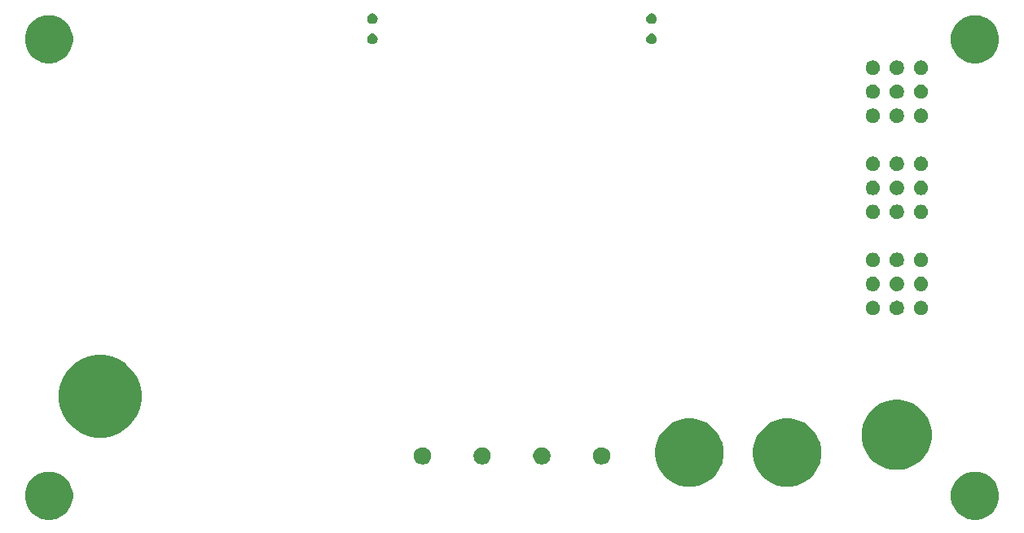
<source format=gts>
G04 #@! TF.GenerationSoftware,KiCad,Pcbnew,5.0.2-bee76a0~70~ubuntu16.04.1*
G04 #@! TF.CreationDate,2019-08-25T20:36:25-07:00*
G04 #@! TF.ProjectId,endcap,656e6463-6170-42e6-9b69-6361645f7063,rev?*
G04 #@! TF.SameCoordinates,PX2faf080PY2faf080*
G04 #@! TF.FileFunction,Soldermask,Top*
G04 #@! TF.FilePolarity,Negative*
%FSLAX46Y46*%
G04 Gerber Fmt 4.6, Leading zero omitted, Abs format (unit mm)*
G04 Created by KiCad (PCBNEW 5.0.2-bee76a0~70~ubuntu16.04.1) date Sun 25 Aug 2019 08:36:25 PM PDT*
%MOMM*%
%LPD*%
G01*
G04 APERTURE LIST*
%ADD10C,0.100000*%
G04 APERTURE END LIST*
D10*
G36*
X101612921Y-48797056D02*
X101854515Y-48845112D01*
X102176356Y-48978423D01*
X102297576Y-49028634D01*
X102309668Y-49033643D01*
X102713841Y-49303703D01*
X102719297Y-49307349D01*
X103067651Y-49655703D01*
X103067653Y-49655706D01*
X103238807Y-49911855D01*
X103341358Y-50065334D01*
X103529888Y-50520486D01*
X103626000Y-51003672D01*
X103626000Y-51496328D01*
X103529888Y-51979514D01*
X103341358Y-52434666D01*
X103067651Y-52844297D01*
X102719297Y-53192651D01*
X102719294Y-53192653D01*
X102309668Y-53466357D01*
X101854515Y-53654888D01*
X101612921Y-53702944D01*
X101371328Y-53751000D01*
X100878672Y-53751000D01*
X100637079Y-53702944D01*
X100395485Y-53654888D01*
X99940332Y-53466357D01*
X99530706Y-53192653D01*
X99530703Y-53192651D01*
X99182349Y-52844297D01*
X98908642Y-52434666D01*
X98720112Y-51979514D01*
X98624000Y-51496328D01*
X98624000Y-51003672D01*
X98720112Y-50520486D01*
X98908642Y-50065334D01*
X99011194Y-49911855D01*
X99182347Y-49655706D01*
X99182349Y-49655703D01*
X99530703Y-49307349D01*
X99536159Y-49303703D01*
X99940332Y-49033643D01*
X99952425Y-49028634D01*
X100073644Y-48978423D01*
X100395485Y-48845112D01*
X100637079Y-48797056D01*
X100878672Y-48749000D01*
X101371328Y-48749000D01*
X101612921Y-48797056D01*
X101612921Y-48797056D01*
G37*
G36*
X5362921Y-48797056D02*
X5604515Y-48845112D01*
X5926356Y-48978423D01*
X6047576Y-49028634D01*
X6059668Y-49033643D01*
X6463841Y-49303703D01*
X6469297Y-49307349D01*
X6817651Y-49655703D01*
X6817653Y-49655706D01*
X6988807Y-49911855D01*
X7091358Y-50065334D01*
X7279888Y-50520486D01*
X7376000Y-51003672D01*
X7376000Y-51496328D01*
X7279888Y-51979514D01*
X7091358Y-52434666D01*
X6817651Y-52844297D01*
X6469297Y-53192651D01*
X6469294Y-53192653D01*
X6059668Y-53466357D01*
X5604515Y-53654888D01*
X5362921Y-53702944D01*
X5121328Y-53751000D01*
X4628672Y-53751000D01*
X4387079Y-53702944D01*
X4145485Y-53654888D01*
X3690332Y-53466357D01*
X3280706Y-53192653D01*
X3280703Y-53192651D01*
X2932349Y-52844297D01*
X2658642Y-52434666D01*
X2470112Y-51979514D01*
X2374000Y-51496328D01*
X2374000Y-51003672D01*
X2470112Y-50520486D01*
X2658642Y-50065334D01*
X2761194Y-49911855D01*
X2932347Y-49655706D01*
X2932349Y-49655703D01*
X3280703Y-49307349D01*
X3286159Y-49303703D01*
X3690332Y-49033643D01*
X3702425Y-49028634D01*
X3823644Y-48978423D01*
X4145485Y-48845112D01*
X4387079Y-48797056D01*
X4628672Y-48749000D01*
X5121328Y-48749000D01*
X5362921Y-48797056D01*
X5362921Y-48797056D01*
G37*
G36*
X72475786Y-43350462D02*
X72475788Y-43350463D01*
X72475789Y-43350463D01*
X73122029Y-43618144D01*
X73157329Y-43641731D01*
X73703634Y-44006760D01*
X74198240Y-44501366D01*
X74198242Y-44501369D01*
X74586856Y-45082971D01*
X74660015Y-45259593D01*
X74854538Y-45729214D01*
X74991000Y-46415256D01*
X74991000Y-47114744D01*
X74854724Y-47799853D01*
X74854537Y-47800789D01*
X74586856Y-48447029D01*
X74586855Y-48447030D01*
X74198240Y-49028634D01*
X73703634Y-49523240D01*
X73703631Y-49523242D01*
X73122029Y-49911856D01*
X72475789Y-50179537D01*
X72475788Y-50179537D01*
X72475786Y-50179538D01*
X71789744Y-50316000D01*
X71090256Y-50316000D01*
X70404214Y-50179538D01*
X70404212Y-50179537D01*
X70404211Y-50179537D01*
X69757971Y-49911856D01*
X69176369Y-49523242D01*
X69176366Y-49523240D01*
X68681760Y-49028634D01*
X68293145Y-48447030D01*
X68293144Y-48447029D01*
X68025463Y-47800789D01*
X68025277Y-47799853D01*
X67889000Y-47114744D01*
X67889000Y-46415256D01*
X68025462Y-45729214D01*
X68219985Y-45259593D01*
X68293144Y-45082971D01*
X68681758Y-44501369D01*
X68681760Y-44501366D01*
X69176366Y-44006760D01*
X69722671Y-43641731D01*
X69757971Y-43618144D01*
X70404211Y-43350463D01*
X70404212Y-43350463D01*
X70404214Y-43350462D01*
X71090256Y-43214000D01*
X71789744Y-43214000D01*
X72475786Y-43350462D01*
X72475786Y-43350462D01*
G37*
G36*
X82635786Y-43350462D02*
X82635788Y-43350463D01*
X82635789Y-43350463D01*
X83282029Y-43618144D01*
X83317329Y-43641731D01*
X83863634Y-44006760D01*
X84358240Y-44501366D01*
X84358242Y-44501369D01*
X84746856Y-45082971D01*
X84820015Y-45259593D01*
X85014538Y-45729214D01*
X85151000Y-46415256D01*
X85151000Y-47114744D01*
X85014724Y-47799853D01*
X85014537Y-47800789D01*
X84746856Y-48447029D01*
X84746855Y-48447030D01*
X84358240Y-49028634D01*
X83863634Y-49523240D01*
X83863631Y-49523242D01*
X83282029Y-49911856D01*
X82635789Y-50179537D01*
X82635788Y-50179537D01*
X82635786Y-50179538D01*
X81949744Y-50316000D01*
X81250256Y-50316000D01*
X80564214Y-50179538D01*
X80564212Y-50179537D01*
X80564211Y-50179537D01*
X79917971Y-49911856D01*
X79336369Y-49523242D01*
X79336366Y-49523240D01*
X78841760Y-49028634D01*
X78453145Y-48447030D01*
X78453144Y-48447029D01*
X78185463Y-47800789D01*
X78185277Y-47799853D01*
X78049000Y-47114744D01*
X78049000Y-46415256D01*
X78185462Y-45729214D01*
X78379985Y-45259593D01*
X78453144Y-45082971D01*
X78841758Y-44501369D01*
X78841760Y-44501366D01*
X79336366Y-44006760D01*
X79882671Y-43641731D01*
X79917971Y-43618144D01*
X80564211Y-43350463D01*
X80564212Y-43350463D01*
X80564214Y-43350462D01*
X81250256Y-43214000D01*
X81949744Y-43214000D01*
X82635786Y-43350462D01*
X82635786Y-43350462D01*
G37*
G36*
X93594714Y-41295769D02*
X94064958Y-41389306D01*
X94729397Y-41664525D01*
X95327377Y-42064083D01*
X95835917Y-42572623D01*
X96235475Y-43170603D01*
X96510694Y-43835042D01*
X96651000Y-44540408D01*
X96651000Y-45259592D01*
X96510694Y-45964958D01*
X96235475Y-46629397D01*
X95835917Y-47227377D01*
X95327377Y-47735917D01*
X94729397Y-48135475D01*
X94064958Y-48410694D01*
X93594714Y-48504231D01*
X93359593Y-48551000D01*
X92640407Y-48551000D01*
X92405286Y-48504231D01*
X91935042Y-48410694D01*
X91270603Y-48135475D01*
X90672623Y-47735917D01*
X90164083Y-47227377D01*
X89764525Y-46629397D01*
X89489306Y-45964958D01*
X89349000Y-45259592D01*
X89349000Y-44540408D01*
X89489306Y-43835042D01*
X89764525Y-43170603D01*
X90164083Y-42572623D01*
X90672623Y-42064083D01*
X91270603Y-41664525D01*
X91935042Y-41389306D01*
X92405286Y-41295769D01*
X92640407Y-41249000D01*
X93359593Y-41249000D01*
X93594714Y-41295769D01*
X93594714Y-41295769D01*
G37*
G36*
X62562812Y-46233624D02*
X62726784Y-46301544D01*
X62874354Y-46400147D01*
X62999853Y-46525646D01*
X63098456Y-46673216D01*
X63166376Y-46837188D01*
X63201000Y-47011259D01*
X63201000Y-47188741D01*
X63166376Y-47362812D01*
X63098456Y-47526784D01*
X62999853Y-47674354D01*
X62874354Y-47799853D01*
X62726784Y-47898456D01*
X62562812Y-47966376D01*
X62388741Y-48001000D01*
X62211259Y-48001000D01*
X62037188Y-47966376D01*
X61873216Y-47898456D01*
X61725646Y-47799853D01*
X61600147Y-47674354D01*
X61501544Y-47526784D01*
X61433624Y-47362812D01*
X61399000Y-47188741D01*
X61399000Y-47011259D01*
X61433624Y-46837188D01*
X61501544Y-46673216D01*
X61600147Y-46525646D01*
X61725646Y-46400147D01*
X61873216Y-46301544D01*
X62037188Y-46233624D01*
X62211259Y-46199000D01*
X62388741Y-46199000D01*
X62562812Y-46233624D01*
X62562812Y-46233624D01*
G37*
G36*
X43962812Y-46233624D02*
X44126784Y-46301544D01*
X44274354Y-46400147D01*
X44399853Y-46525646D01*
X44498456Y-46673216D01*
X44566376Y-46837188D01*
X44601000Y-47011259D01*
X44601000Y-47188741D01*
X44566376Y-47362812D01*
X44498456Y-47526784D01*
X44399853Y-47674354D01*
X44274354Y-47799853D01*
X44126784Y-47898456D01*
X43962812Y-47966376D01*
X43788741Y-48001000D01*
X43611259Y-48001000D01*
X43437188Y-47966376D01*
X43273216Y-47898456D01*
X43125646Y-47799853D01*
X43000147Y-47674354D01*
X42901544Y-47526784D01*
X42833624Y-47362812D01*
X42799000Y-47188741D01*
X42799000Y-47011259D01*
X42833624Y-46837188D01*
X42901544Y-46673216D01*
X43000147Y-46525646D01*
X43125646Y-46400147D01*
X43273216Y-46301544D01*
X43437188Y-46233624D01*
X43611259Y-46199000D01*
X43788741Y-46199000D01*
X43962812Y-46233624D01*
X43962812Y-46233624D01*
G37*
G36*
X50162812Y-46233624D02*
X50326784Y-46301544D01*
X50474354Y-46400147D01*
X50599853Y-46525646D01*
X50698456Y-46673216D01*
X50766376Y-46837188D01*
X50801000Y-47011259D01*
X50801000Y-47188741D01*
X50766376Y-47362812D01*
X50698456Y-47526784D01*
X50599853Y-47674354D01*
X50474354Y-47799853D01*
X50326784Y-47898456D01*
X50162812Y-47966376D01*
X49988741Y-48001000D01*
X49811259Y-48001000D01*
X49637188Y-47966376D01*
X49473216Y-47898456D01*
X49325646Y-47799853D01*
X49200147Y-47674354D01*
X49101544Y-47526784D01*
X49033624Y-47362812D01*
X48999000Y-47188741D01*
X48999000Y-47011259D01*
X49033624Y-46837188D01*
X49101544Y-46673216D01*
X49200147Y-46525646D01*
X49325646Y-46400147D01*
X49473216Y-46301544D01*
X49637188Y-46233624D01*
X49811259Y-46199000D01*
X49988741Y-46199000D01*
X50162812Y-46233624D01*
X50162812Y-46233624D01*
G37*
G36*
X56362812Y-46233624D02*
X56526784Y-46301544D01*
X56674354Y-46400147D01*
X56799853Y-46525646D01*
X56898456Y-46673216D01*
X56966376Y-46837188D01*
X57001000Y-47011259D01*
X57001000Y-47188741D01*
X56966376Y-47362812D01*
X56898456Y-47526784D01*
X56799853Y-47674354D01*
X56674354Y-47799853D01*
X56526784Y-47898456D01*
X56362812Y-47966376D01*
X56188741Y-48001000D01*
X56011259Y-48001000D01*
X55837188Y-47966376D01*
X55673216Y-47898456D01*
X55525646Y-47799853D01*
X55400147Y-47674354D01*
X55301544Y-47526784D01*
X55233624Y-47362812D01*
X55199000Y-47188741D01*
X55199000Y-47011259D01*
X55233624Y-46837188D01*
X55301544Y-46673216D01*
X55400147Y-46525646D01*
X55525646Y-46400147D01*
X55673216Y-46301544D01*
X55837188Y-46233624D01*
X56011259Y-46199000D01*
X56188741Y-46199000D01*
X56362812Y-46233624D01*
X56362812Y-46233624D01*
G37*
G36*
X11454555Y-36764284D02*
X12237286Y-37088502D01*
X12237288Y-37088503D01*
X12932356Y-37552933D01*
X12941731Y-37559197D01*
X13540803Y-38158269D01*
X14011498Y-38862714D01*
X14335716Y-39645445D01*
X14501000Y-40476387D01*
X14501000Y-41323613D01*
X14335716Y-42154555D01*
X14011498Y-42937286D01*
X13540803Y-43641731D01*
X12941731Y-44240803D01*
X12941728Y-44240805D01*
X12237288Y-44711497D01*
X12237287Y-44711498D01*
X12237286Y-44711498D01*
X11454555Y-45035716D01*
X10623613Y-45201000D01*
X9776387Y-45201000D01*
X8945445Y-45035716D01*
X8162714Y-44711498D01*
X8162713Y-44711498D01*
X8162712Y-44711497D01*
X7458272Y-44240805D01*
X7458269Y-44240803D01*
X6859197Y-43641731D01*
X6388502Y-42937286D01*
X6064284Y-42154555D01*
X5899000Y-41323613D01*
X5899000Y-40476387D01*
X6064284Y-39645445D01*
X6388502Y-38862714D01*
X6859197Y-38158269D01*
X7458269Y-37559197D01*
X7467644Y-37552933D01*
X8162712Y-37088503D01*
X8162714Y-37088502D01*
X8945445Y-36764284D01*
X9776387Y-36599000D01*
X10623613Y-36599000D01*
X11454555Y-36764284D01*
X11454555Y-36764284D01*
G37*
G36*
X90632004Y-30960544D02*
X90719059Y-30977860D01*
X90855732Y-31034472D01*
X90855733Y-31034473D01*
X90978738Y-31116662D01*
X91083338Y-31221262D01*
X91083340Y-31221265D01*
X91165528Y-31344268D01*
X91222140Y-31480941D01*
X91251000Y-31626033D01*
X91251000Y-31773967D01*
X91222140Y-31919059D01*
X91165528Y-32055732D01*
X91165527Y-32055733D01*
X91083338Y-32178738D01*
X90978738Y-32283338D01*
X90978735Y-32283340D01*
X90855732Y-32365528D01*
X90719059Y-32422140D01*
X90632004Y-32439456D01*
X90573969Y-32451000D01*
X90426031Y-32451000D01*
X90367996Y-32439456D01*
X90280941Y-32422140D01*
X90144268Y-32365528D01*
X90021265Y-32283340D01*
X90021262Y-32283338D01*
X89916662Y-32178738D01*
X89834473Y-32055733D01*
X89834472Y-32055732D01*
X89777860Y-31919059D01*
X89749000Y-31773967D01*
X89749000Y-31626033D01*
X89777860Y-31480941D01*
X89834472Y-31344268D01*
X89916660Y-31221265D01*
X89916662Y-31221262D01*
X90021262Y-31116662D01*
X90144267Y-31034473D01*
X90144268Y-31034472D01*
X90280941Y-30977860D01*
X90367996Y-30960544D01*
X90426031Y-30949000D01*
X90573969Y-30949000D01*
X90632004Y-30960544D01*
X90632004Y-30960544D01*
G37*
G36*
X95632004Y-30960544D02*
X95719059Y-30977860D01*
X95855732Y-31034472D01*
X95855733Y-31034473D01*
X95978738Y-31116662D01*
X96083338Y-31221262D01*
X96083340Y-31221265D01*
X96165528Y-31344268D01*
X96222140Y-31480941D01*
X96251000Y-31626033D01*
X96251000Y-31773967D01*
X96222140Y-31919059D01*
X96165528Y-32055732D01*
X96165527Y-32055733D01*
X96083338Y-32178738D01*
X95978738Y-32283338D01*
X95978735Y-32283340D01*
X95855732Y-32365528D01*
X95719059Y-32422140D01*
X95632004Y-32439456D01*
X95573969Y-32451000D01*
X95426031Y-32451000D01*
X95367996Y-32439456D01*
X95280941Y-32422140D01*
X95144268Y-32365528D01*
X95021265Y-32283340D01*
X95021262Y-32283338D01*
X94916662Y-32178738D01*
X94834473Y-32055733D01*
X94834472Y-32055732D01*
X94777860Y-31919059D01*
X94749000Y-31773967D01*
X94749000Y-31626033D01*
X94777860Y-31480941D01*
X94834472Y-31344268D01*
X94916660Y-31221265D01*
X94916662Y-31221262D01*
X95021262Y-31116662D01*
X95144267Y-31034473D01*
X95144268Y-31034472D01*
X95280941Y-30977860D01*
X95367996Y-30960544D01*
X95426031Y-30949000D01*
X95573969Y-30949000D01*
X95632004Y-30960544D01*
X95632004Y-30960544D01*
G37*
G36*
X93132004Y-30960544D02*
X93219059Y-30977860D01*
X93355732Y-31034472D01*
X93355733Y-31034473D01*
X93478738Y-31116662D01*
X93583338Y-31221262D01*
X93583340Y-31221265D01*
X93665528Y-31344268D01*
X93722140Y-31480941D01*
X93751000Y-31626033D01*
X93751000Y-31773967D01*
X93722140Y-31919059D01*
X93665528Y-32055732D01*
X93665527Y-32055733D01*
X93583338Y-32178738D01*
X93478738Y-32283338D01*
X93478735Y-32283340D01*
X93355732Y-32365528D01*
X93219059Y-32422140D01*
X93132004Y-32439456D01*
X93073969Y-32451000D01*
X92926031Y-32451000D01*
X92867996Y-32439456D01*
X92780941Y-32422140D01*
X92644268Y-32365528D01*
X92521265Y-32283340D01*
X92521262Y-32283338D01*
X92416662Y-32178738D01*
X92334473Y-32055733D01*
X92334472Y-32055732D01*
X92277860Y-31919059D01*
X92249000Y-31773967D01*
X92249000Y-31626033D01*
X92277860Y-31480941D01*
X92334472Y-31344268D01*
X92416660Y-31221265D01*
X92416662Y-31221262D01*
X92521262Y-31116662D01*
X92644267Y-31034473D01*
X92644268Y-31034472D01*
X92780941Y-30977860D01*
X92867996Y-30960544D01*
X92926031Y-30949000D01*
X93073969Y-30949000D01*
X93132004Y-30960544D01*
X93132004Y-30960544D01*
G37*
G36*
X93132004Y-28460544D02*
X93219059Y-28477860D01*
X93355732Y-28534472D01*
X93355733Y-28534473D01*
X93478738Y-28616662D01*
X93583338Y-28721262D01*
X93583340Y-28721265D01*
X93665528Y-28844268D01*
X93722140Y-28980941D01*
X93751000Y-29126033D01*
X93751000Y-29273967D01*
X93722140Y-29419059D01*
X93665528Y-29555732D01*
X93665527Y-29555733D01*
X93583338Y-29678738D01*
X93478738Y-29783338D01*
X93478735Y-29783340D01*
X93355732Y-29865528D01*
X93219059Y-29922140D01*
X93132004Y-29939456D01*
X93073969Y-29951000D01*
X92926031Y-29951000D01*
X92867996Y-29939456D01*
X92780941Y-29922140D01*
X92644268Y-29865528D01*
X92521265Y-29783340D01*
X92521262Y-29783338D01*
X92416662Y-29678738D01*
X92334473Y-29555733D01*
X92334472Y-29555732D01*
X92277860Y-29419059D01*
X92249000Y-29273967D01*
X92249000Y-29126033D01*
X92277860Y-28980941D01*
X92334472Y-28844268D01*
X92416660Y-28721265D01*
X92416662Y-28721262D01*
X92521262Y-28616662D01*
X92644267Y-28534473D01*
X92644268Y-28534472D01*
X92780941Y-28477860D01*
X92867996Y-28460544D01*
X92926031Y-28449000D01*
X93073969Y-28449000D01*
X93132004Y-28460544D01*
X93132004Y-28460544D01*
G37*
G36*
X95632004Y-28460544D02*
X95719059Y-28477860D01*
X95855732Y-28534472D01*
X95855733Y-28534473D01*
X95978738Y-28616662D01*
X96083338Y-28721262D01*
X96083340Y-28721265D01*
X96165528Y-28844268D01*
X96222140Y-28980941D01*
X96251000Y-29126033D01*
X96251000Y-29273967D01*
X96222140Y-29419059D01*
X96165528Y-29555732D01*
X96165527Y-29555733D01*
X96083338Y-29678738D01*
X95978738Y-29783338D01*
X95978735Y-29783340D01*
X95855732Y-29865528D01*
X95719059Y-29922140D01*
X95632004Y-29939456D01*
X95573969Y-29951000D01*
X95426031Y-29951000D01*
X95367996Y-29939456D01*
X95280941Y-29922140D01*
X95144268Y-29865528D01*
X95021265Y-29783340D01*
X95021262Y-29783338D01*
X94916662Y-29678738D01*
X94834473Y-29555733D01*
X94834472Y-29555732D01*
X94777860Y-29419059D01*
X94749000Y-29273967D01*
X94749000Y-29126033D01*
X94777860Y-28980941D01*
X94834472Y-28844268D01*
X94916660Y-28721265D01*
X94916662Y-28721262D01*
X95021262Y-28616662D01*
X95144267Y-28534473D01*
X95144268Y-28534472D01*
X95280941Y-28477860D01*
X95367996Y-28460544D01*
X95426031Y-28449000D01*
X95573969Y-28449000D01*
X95632004Y-28460544D01*
X95632004Y-28460544D01*
G37*
G36*
X90632004Y-28460544D02*
X90719059Y-28477860D01*
X90855732Y-28534472D01*
X90855733Y-28534473D01*
X90978738Y-28616662D01*
X91083338Y-28721262D01*
X91083340Y-28721265D01*
X91165528Y-28844268D01*
X91222140Y-28980941D01*
X91251000Y-29126033D01*
X91251000Y-29273967D01*
X91222140Y-29419059D01*
X91165528Y-29555732D01*
X91165527Y-29555733D01*
X91083338Y-29678738D01*
X90978738Y-29783338D01*
X90978735Y-29783340D01*
X90855732Y-29865528D01*
X90719059Y-29922140D01*
X90632004Y-29939456D01*
X90573969Y-29951000D01*
X90426031Y-29951000D01*
X90367996Y-29939456D01*
X90280941Y-29922140D01*
X90144268Y-29865528D01*
X90021265Y-29783340D01*
X90021262Y-29783338D01*
X89916662Y-29678738D01*
X89834473Y-29555733D01*
X89834472Y-29555732D01*
X89777860Y-29419059D01*
X89749000Y-29273967D01*
X89749000Y-29126033D01*
X89777860Y-28980941D01*
X89834472Y-28844268D01*
X89916660Y-28721265D01*
X89916662Y-28721262D01*
X90021262Y-28616662D01*
X90144267Y-28534473D01*
X90144268Y-28534472D01*
X90280941Y-28477860D01*
X90367996Y-28460544D01*
X90426031Y-28449000D01*
X90573969Y-28449000D01*
X90632004Y-28460544D01*
X90632004Y-28460544D01*
G37*
G36*
X95632004Y-25960544D02*
X95719059Y-25977860D01*
X95855732Y-26034472D01*
X95855733Y-26034473D01*
X95978738Y-26116662D01*
X96083338Y-26221262D01*
X96083340Y-26221265D01*
X96165528Y-26344268D01*
X96222140Y-26480941D01*
X96251000Y-26626033D01*
X96251000Y-26773967D01*
X96222140Y-26919059D01*
X96165528Y-27055732D01*
X96165527Y-27055733D01*
X96083338Y-27178738D01*
X95978738Y-27283338D01*
X95978735Y-27283340D01*
X95855732Y-27365528D01*
X95719059Y-27422140D01*
X95632004Y-27439456D01*
X95573969Y-27451000D01*
X95426031Y-27451000D01*
X95367996Y-27439456D01*
X95280941Y-27422140D01*
X95144268Y-27365528D01*
X95021265Y-27283340D01*
X95021262Y-27283338D01*
X94916662Y-27178738D01*
X94834473Y-27055733D01*
X94834472Y-27055732D01*
X94777860Y-26919059D01*
X94749000Y-26773967D01*
X94749000Y-26626033D01*
X94777860Y-26480941D01*
X94834472Y-26344268D01*
X94916660Y-26221265D01*
X94916662Y-26221262D01*
X95021262Y-26116662D01*
X95144267Y-26034473D01*
X95144268Y-26034472D01*
X95280941Y-25977860D01*
X95367996Y-25960544D01*
X95426031Y-25949000D01*
X95573969Y-25949000D01*
X95632004Y-25960544D01*
X95632004Y-25960544D01*
G37*
G36*
X93132004Y-25960544D02*
X93219059Y-25977860D01*
X93355732Y-26034472D01*
X93355733Y-26034473D01*
X93478738Y-26116662D01*
X93583338Y-26221262D01*
X93583340Y-26221265D01*
X93665528Y-26344268D01*
X93722140Y-26480941D01*
X93751000Y-26626033D01*
X93751000Y-26773967D01*
X93722140Y-26919059D01*
X93665528Y-27055732D01*
X93665527Y-27055733D01*
X93583338Y-27178738D01*
X93478738Y-27283338D01*
X93478735Y-27283340D01*
X93355732Y-27365528D01*
X93219059Y-27422140D01*
X93132004Y-27439456D01*
X93073969Y-27451000D01*
X92926031Y-27451000D01*
X92867996Y-27439456D01*
X92780941Y-27422140D01*
X92644268Y-27365528D01*
X92521265Y-27283340D01*
X92521262Y-27283338D01*
X92416662Y-27178738D01*
X92334473Y-27055733D01*
X92334472Y-27055732D01*
X92277860Y-26919059D01*
X92249000Y-26773967D01*
X92249000Y-26626033D01*
X92277860Y-26480941D01*
X92334472Y-26344268D01*
X92416660Y-26221265D01*
X92416662Y-26221262D01*
X92521262Y-26116662D01*
X92644267Y-26034473D01*
X92644268Y-26034472D01*
X92780941Y-25977860D01*
X92867996Y-25960544D01*
X92926031Y-25949000D01*
X93073969Y-25949000D01*
X93132004Y-25960544D01*
X93132004Y-25960544D01*
G37*
G36*
X90632004Y-25960544D02*
X90719059Y-25977860D01*
X90855732Y-26034472D01*
X90855733Y-26034473D01*
X90978738Y-26116662D01*
X91083338Y-26221262D01*
X91083340Y-26221265D01*
X91165528Y-26344268D01*
X91222140Y-26480941D01*
X91251000Y-26626033D01*
X91251000Y-26773967D01*
X91222140Y-26919059D01*
X91165528Y-27055732D01*
X91165527Y-27055733D01*
X91083338Y-27178738D01*
X90978738Y-27283338D01*
X90978735Y-27283340D01*
X90855732Y-27365528D01*
X90719059Y-27422140D01*
X90632004Y-27439456D01*
X90573969Y-27451000D01*
X90426031Y-27451000D01*
X90367996Y-27439456D01*
X90280941Y-27422140D01*
X90144268Y-27365528D01*
X90021265Y-27283340D01*
X90021262Y-27283338D01*
X89916662Y-27178738D01*
X89834473Y-27055733D01*
X89834472Y-27055732D01*
X89777860Y-26919059D01*
X89749000Y-26773967D01*
X89749000Y-26626033D01*
X89777860Y-26480941D01*
X89834472Y-26344268D01*
X89916660Y-26221265D01*
X89916662Y-26221262D01*
X90021262Y-26116662D01*
X90144267Y-26034473D01*
X90144268Y-26034472D01*
X90280941Y-25977860D01*
X90367996Y-25960544D01*
X90426031Y-25949000D01*
X90573969Y-25949000D01*
X90632004Y-25960544D01*
X90632004Y-25960544D01*
G37*
G36*
X95632004Y-20960544D02*
X95719059Y-20977860D01*
X95855732Y-21034472D01*
X95855733Y-21034473D01*
X95978738Y-21116662D01*
X96083338Y-21221262D01*
X96083340Y-21221265D01*
X96165528Y-21344268D01*
X96222140Y-21480941D01*
X96251000Y-21626033D01*
X96251000Y-21773967D01*
X96222140Y-21919059D01*
X96165528Y-22055732D01*
X96165527Y-22055733D01*
X96083338Y-22178738D01*
X95978738Y-22283338D01*
X95978735Y-22283340D01*
X95855732Y-22365528D01*
X95719059Y-22422140D01*
X95632004Y-22439456D01*
X95573969Y-22451000D01*
X95426031Y-22451000D01*
X95367996Y-22439456D01*
X95280941Y-22422140D01*
X95144268Y-22365528D01*
X95021265Y-22283340D01*
X95021262Y-22283338D01*
X94916662Y-22178738D01*
X94834473Y-22055733D01*
X94834472Y-22055732D01*
X94777860Y-21919059D01*
X94749000Y-21773967D01*
X94749000Y-21626033D01*
X94777860Y-21480941D01*
X94834472Y-21344268D01*
X94916660Y-21221265D01*
X94916662Y-21221262D01*
X95021262Y-21116662D01*
X95144267Y-21034473D01*
X95144268Y-21034472D01*
X95280941Y-20977860D01*
X95367996Y-20960544D01*
X95426031Y-20949000D01*
X95573969Y-20949000D01*
X95632004Y-20960544D01*
X95632004Y-20960544D01*
G37*
G36*
X93132004Y-20960544D02*
X93219059Y-20977860D01*
X93355732Y-21034472D01*
X93355733Y-21034473D01*
X93478738Y-21116662D01*
X93583338Y-21221262D01*
X93583340Y-21221265D01*
X93665528Y-21344268D01*
X93722140Y-21480941D01*
X93751000Y-21626033D01*
X93751000Y-21773967D01*
X93722140Y-21919059D01*
X93665528Y-22055732D01*
X93665527Y-22055733D01*
X93583338Y-22178738D01*
X93478738Y-22283338D01*
X93478735Y-22283340D01*
X93355732Y-22365528D01*
X93219059Y-22422140D01*
X93132004Y-22439456D01*
X93073969Y-22451000D01*
X92926031Y-22451000D01*
X92867996Y-22439456D01*
X92780941Y-22422140D01*
X92644268Y-22365528D01*
X92521265Y-22283340D01*
X92521262Y-22283338D01*
X92416662Y-22178738D01*
X92334473Y-22055733D01*
X92334472Y-22055732D01*
X92277860Y-21919059D01*
X92249000Y-21773967D01*
X92249000Y-21626033D01*
X92277860Y-21480941D01*
X92334472Y-21344268D01*
X92416660Y-21221265D01*
X92416662Y-21221262D01*
X92521262Y-21116662D01*
X92644267Y-21034473D01*
X92644268Y-21034472D01*
X92780941Y-20977860D01*
X92867996Y-20960544D01*
X92926031Y-20949000D01*
X93073969Y-20949000D01*
X93132004Y-20960544D01*
X93132004Y-20960544D01*
G37*
G36*
X90632004Y-20960544D02*
X90719059Y-20977860D01*
X90855732Y-21034472D01*
X90855733Y-21034473D01*
X90978738Y-21116662D01*
X91083338Y-21221262D01*
X91083340Y-21221265D01*
X91165528Y-21344268D01*
X91222140Y-21480941D01*
X91251000Y-21626033D01*
X91251000Y-21773967D01*
X91222140Y-21919059D01*
X91165528Y-22055732D01*
X91165527Y-22055733D01*
X91083338Y-22178738D01*
X90978738Y-22283338D01*
X90978735Y-22283340D01*
X90855732Y-22365528D01*
X90719059Y-22422140D01*
X90632004Y-22439456D01*
X90573969Y-22451000D01*
X90426031Y-22451000D01*
X90367996Y-22439456D01*
X90280941Y-22422140D01*
X90144268Y-22365528D01*
X90021265Y-22283340D01*
X90021262Y-22283338D01*
X89916662Y-22178738D01*
X89834473Y-22055733D01*
X89834472Y-22055732D01*
X89777860Y-21919059D01*
X89749000Y-21773967D01*
X89749000Y-21626033D01*
X89777860Y-21480941D01*
X89834472Y-21344268D01*
X89916660Y-21221265D01*
X89916662Y-21221262D01*
X90021262Y-21116662D01*
X90144267Y-21034473D01*
X90144268Y-21034472D01*
X90280941Y-20977860D01*
X90367996Y-20960544D01*
X90426031Y-20949000D01*
X90573969Y-20949000D01*
X90632004Y-20960544D01*
X90632004Y-20960544D01*
G37*
G36*
X93132004Y-18460544D02*
X93219059Y-18477860D01*
X93355732Y-18534472D01*
X93355733Y-18534473D01*
X93478738Y-18616662D01*
X93583338Y-18721262D01*
X93583340Y-18721265D01*
X93665528Y-18844268D01*
X93722140Y-18980941D01*
X93751000Y-19126033D01*
X93751000Y-19273967D01*
X93722140Y-19419059D01*
X93665528Y-19555732D01*
X93665527Y-19555733D01*
X93583338Y-19678738D01*
X93478738Y-19783338D01*
X93478735Y-19783340D01*
X93355732Y-19865528D01*
X93219059Y-19922140D01*
X93132004Y-19939456D01*
X93073969Y-19951000D01*
X92926031Y-19951000D01*
X92867996Y-19939456D01*
X92780941Y-19922140D01*
X92644268Y-19865528D01*
X92521265Y-19783340D01*
X92521262Y-19783338D01*
X92416662Y-19678738D01*
X92334473Y-19555733D01*
X92334472Y-19555732D01*
X92277860Y-19419059D01*
X92249000Y-19273967D01*
X92249000Y-19126033D01*
X92277860Y-18980941D01*
X92334472Y-18844268D01*
X92416660Y-18721265D01*
X92416662Y-18721262D01*
X92521262Y-18616662D01*
X92644267Y-18534473D01*
X92644268Y-18534472D01*
X92780941Y-18477860D01*
X92867996Y-18460544D01*
X92926031Y-18449000D01*
X93073969Y-18449000D01*
X93132004Y-18460544D01*
X93132004Y-18460544D01*
G37*
G36*
X90632004Y-18460544D02*
X90719059Y-18477860D01*
X90855732Y-18534472D01*
X90855733Y-18534473D01*
X90978738Y-18616662D01*
X91083338Y-18721262D01*
X91083340Y-18721265D01*
X91165528Y-18844268D01*
X91222140Y-18980941D01*
X91251000Y-19126033D01*
X91251000Y-19273967D01*
X91222140Y-19419059D01*
X91165528Y-19555732D01*
X91165527Y-19555733D01*
X91083338Y-19678738D01*
X90978738Y-19783338D01*
X90978735Y-19783340D01*
X90855732Y-19865528D01*
X90719059Y-19922140D01*
X90632004Y-19939456D01*
X90573969Y-19951000D01*
X90426031Y-19951000D01*
X90367996Y-19939456D01*
X90280941Y-19922140D01*
X90144268Y-19865528D01*
X90021265Y-19783340D01*
X90021262Y-19783338D01*
X89916662Y-19678738D01*
X89834473Y-19555733D01*
X89834472Y-19555732D01*
X89777860Y-19419059D01*
X89749000Y-19273967D01*
X89749000Y-19126033D01*
X89777860Y-18980941D01*
X89834472Y-18844268D01*
X89916660Y-18721265D01*
X89916662Y-18721262D01*
X90021262Y-18616662D01*
X90144267Y-18534473D01*
X90144268Y-18534472D01*
X90280941Y-18477860D01*
X90367996Y-18460544D01*
X90426031Y-18449000D01*
X90573969Y-18449000D01*
X90632004Y-18460544D01*
X90632004Y-18460544D01*
G37*
G36*
X95632004Y-18460544D02*
X95719059Y-18477860D01*
X95855732Y-18534472D01*
X95855733Y-18534473D01*
X95978738Y-18616662D01*
X96083338Y-18721262D01*
X96083340Y-18721265D01*
X96165528Y-18844268D01*
X96222140Y-18980941D01*
X96251000Y-19126033D01*
X96251000Y-19273967D01*
X96222140Y-19419059D01*
X96165528Y-19555732D01*
X96165527Y-19555733D01*
X96083338Y-19678738D01*
X95978738Y-19783338D01*
X95978735Y-19783340D01*
X95855732Y-19865528D01*
X95719059Y-19922140D01*
X95632004Y-19939456D01*
X95573969Y-19951000D01*
X95426031Y-19951000D01*
X95367996Y-19939456D01*
X95280941Y-19922140D01*
X95144268Y-19865528D01*
X95021265Y-19783340D01*
X95021262Y-19783338D01*
X94916662Y-19678738D01*
X94834473Y-19555733D01*
X94834472Y-19555732D01*
X94777860Y-19419059D01*
X94749000Y-19273967D01*
X94749000Y-19126033D01*
X94777860Y-18980941D01*
X94834472Y-18844268D01*
X94916660Y-18721265D01*
X94916662Y-18721262D01*
X95021262Y-18616662D01*
X95144267Y-18534473D01*
X95144268Y-18534472D01*
X95280941Y-18477860D01*
X95367996Y-18460544D01*
X95426031Y-18449000D01*
X95573969Y-18449000D01*
X95632004Y-18460544D01*
X95632004Y-18460544D01*
G37*
G36*
X95632004Y-15960544D02*
X95719059Y-15977860D01*
X95855732Y-16034472D01*
X95855733Y-16034473D01*
X95978738Y-16116662D01*
X96083338Y-16221262D01*
X96083340Y-16221265D01*
X96165528Y-16344268D01*
X96222140Y-16480941D01*
X96251000Y-16626033D01*
X96251000Y-16773967D01*
X96222140Y-16919059D01*
X96165528Y-17055732D01*
X96165527Y-17055733D01*
X96083338Y-17178738D01*
X95978738Y-17283338D01*
X95978735Y-17283340D01*
X95855732Y-17365528D01*
X95719059Y-17422140D01*
X95632004Y-17439456D01*
X95573969Y-17451000D01*
X95426031Y-17451000D01*
X95367996Y-17439456D01*
X95280941Y-17422140D01*
X95144268Y-17365528D01*
X95021265Y-17283340D01*
X95021262Y-17283338D01*
X94916662Y-17178738D01*
X94834473Y-17055733D01*
X94834472Y-17055732D01*
X94777860Y-16919059D01*
X94749000Y-16773967D01*
X94749000Y-16626033D01*
X94777860Y-16480941D01*
X94834472Y-16344268D01*
X94916660Y-16221265D01*
X94916662Y-16221262D01*
X95021262Y-16116662D01*
X95144267Y-16034473D01*
X95144268Y-16034472D01*
X95280941Y-15977860D01*
X95367996Y-15960544D01*
X95426031Y-15949000D01*
X95573969Y-15949000D01*
X95632004Y-15960544D01*
X95632004Y-15960544D01*
G37*
G36*
X93132004Y-15960544D02*
X93219059Y-15977860D01*
X93355732Y-16034472D01*
X93355733Y-16034473D01*
X93478738Y-16116662D01*
X93583338Y-16221262D01*
X93583340Y-16221265D01*
X93665528Y-16344268D01*
X93722140Y-16480941D01*
X93751000Y-16626033D01*
X93751000Y-16773967D01*
X93722140Y-16919059D01*
X93665528Y-17055732D01*
X93665527Y-17055733D01*
X93583338Y-17178738D01*
X93478738Y-17283338D01*
X93478735Y-17283340D01*
X93355732Y-17365528D01*
X93219059Y-17422140D01*
X93132004Y-17439456D01*
X93073969Y-17451000D01*
X92926031Y-17451000D01*
X92867996Y-17439456D01*
X92780941Y-17422140D01*
X92644268Y-17365528D01*
X92521265Y-17283340D01*
X92521262Y-17283338D01*
X92416662Y-17178738D01*
X92334473Y-17055733D01*
X92334472Y-17055732D01*
X92277860Y-16919059D01*
X92249000Y-16773967D01*
X92249000Y-16626033D01*
X92277860Y-16480941D01*
X92334472Y-16344268D01*
X92416660Y-16221265D01*
X92416662Y-16221262D01*
X92521262Y-16116662D01*
X92644267Y-16034473D01*
X92644268Y-16034472D01*
X92780941Y-15977860D01*
X92867996Y-15960544D01*
X92926031Y-15949000D01*
X93073969Y-15949000D01*
X93132004Y-15960544D01*
X93132004Y-15960544D01*
G37*
G36*
X90632004Y-15960544D02*
X90719059Y-15977860D01*
X90855732Y-16034472D01*
X90855733Y-16034473D01*
X90978738Y-16116662D01*
X91083338Y-16221262D01*
X91083340Y-16221265D01*
X91165528Y-16344268D01*
X91222140Y-16480941D01*
X91251000Y-16626033D01*
X91251000Y-16773967D01*
X91222140Y-16919059D01*
X91165528Y-17055732D01*
X91165527Y-17055733D01*
X91083338Y-17178738D01*
X90978738Y-17283338D01*
X90978735Y-17283340D01*
X90855732Y-17365528D01*
X90719059Y-17422140D01*
X90632004Y-17439456D01*
X90573969Y-17451000D01*
X90426031Y-17451000D01*
X90367996Y-17439456D01*
X90280941Y-17422140D01*
X90144268Y-17365528D01*
X90021265Y-17283340D01*
X90021262Y-17283338D01*
X89916662Y-17178738D01*
X89834473Y-17055733D01*
X89834472Y-17055732D01*
X89777860Y-16919059D01*
X89749000Y-16773967D01*
X89749000Y-16626033D01*
X89777860Y-16480941D01*
X89834472Y-16344268D01*
X89916660Y-16221265D01*
X89916662Y-16221262D01*
X90021262Y-16116662D01*
X90144267Y-16034473D01*
X90144268Y-16034472D01*
X90280941Y-15977860D01*
X90367996Y-15960544D01*
X90426031Y-15949000D01*
X90573969Y-15949000D01*
X90632004Y-15960544D01*
X90632004Y-15960544D01*
G37*
G36*
X93132004Y-10960544D02*
X93219059Y-10977860D01*
X93355732Y-11034472D01*
X93355733Y-11034473D01*
X93478738Y-11116662D01*
X93583338Y-11221262D01*
X93583340Y-11221265D01*
X93665528Y-11344268D01*
X93722140Y-11480941D01*
X93751000Y-11626033D01*
X93751000Y-11773967D01*
X93722140Y-11919059D01*
X93665528Y-12055732D01*
X93665527Y-12055733D01*
X93583338Y-12178738D01*
X93478738Y-12283338D01*
X93478735Y-12283340D01*
X93355732Y-12365528D01*
X93219059Y-12422140D01*
X93132004Y-12439456D01*
X93073969Y-12451000D01*
X92926031Y-12451000D01*
X92867996Y-12439456D01*
X92780941Y-12422140D01*
X92644268Y-12365528D01*
X92521265Y-12283340D01*
X92521262Y-12283338D01*
X92416662Y-12178738D01*
X92334473Y-12055733D01*
X92334472Y-12055732D01*
X92277860Y-11919059D01*
X92249000Y-11773967D01*
X92249000Y-11626033D01*
X92277860Y-11480941D01*
X92334472Y-11344268D01*
X92416660Y-11221265D01*
X92416662Y-11221262D01*
X92521262Y-11116662D01*
X92644267Y-11034473D01*
X92644268Y-11034472D01*
X92780941Y-10977860D01*
X92867996Y-10960544D01*
X92926031Y-10949000D01*
X93073969Y-10949000D01*
X93132004Y-10960544D01*
X93132004Y-10960544D01*
G37*
G36*
X95632004Y-10960544D02*
X95719059Y-10977860D01*
X95855732Y-11034472D01*
X95855733Y-11034473D01*
X95978738Y-11116662D01*
X96083338Y-11221262D01*
X96083340Y-11221265D01*
X96165528Y-11344268D01*
X96222140Y-11480941D01*
X96251000Y-11626033D01*
X96251000Y-11773967D01*
X96222140Y-11919059D01*
X96165528Y-12055732D01*
X96165527Y-12055733D01*
X96083338Y-12178738D01*
X95978738Y-12283338D01*
X95978735Y-12283340D01*
X95855732Y-12365528D01*
X95719059Y-12422140D01*
X95632004Y-12439456D01*
X95573969Y-12451000D01*
X95426031Y-12451000D01*
X95367996Y-12439456D01*
X95280941Y-12422140D01*
X95144268Y-12365528D01*
X95021265Y-12283340D01*
X95021262Y-12283338D01*
X94916662Y-12178738D01*
X94834473Y-12055733D01*
X94834472Y-12055732D01*
X94777860Y-11919059D01*
X94749000Y-11773967D01*
X94749000Y-11626033D01*
X94777860Y-11480941D01*
X94834472Y-11344268D01*
X94916660Y-11221265D01*
X94916662Y-11221262D01*
X95021262Y-11116662D01*
X95144267Y-11034473D01*
X95144268Y-11034472D01*
X95280941Y-10977860D01*
X95367996Y-10960544D01*
X95426031Y-10949000D01*
X95573969Y-10949000D01*
X95632004Y-10960544D01*
X95632004Y-10960544D01*
G37*
G36*
X90632004Y-10960544D02*
X90719059Y-10977860D01*
X90855732Y-11034472D01*
X90855733Y-11034473D01*
X90978738Y-11116662D01*
X91083338Y-11221262D01*
X91083340Y-11221265D01*
X91165528Y-11344268D01*
X91222140Y-11480941D01*
X91251000Y-11626033D01*
X91251000Y-11773967D01*
X91222140Y-11919059D01*
X91165528Y-12055732D01*
X91165527Y-12055733D01*
X91083338Y-12178738D01*
X90978738Y-12283338D01*
X90978735Y-12283340D01*
X90855732Y-12365528D01*
X90719059Y-12422140D01*
X90632004Y-12439456D01*
X90573969Y-12451000D01*
X90426031Y-12451000D01*
X90367996Y-12439456D01*
X90280941Y-12422140D01*
X90144268Y-12365528D01*
X90021265Y-12283340D01*
X90021262Y-12283338D01*
X89916662Y-12178738D01*
X89834473Y-12055733D01*
X89834472Y-12055732D01*
X89777860Y-11919059D01*
X89749000Y-11773967D01*
X89749000Y-11626033D01*
X89777860Y-11480941D01*
X89834472Y-11344268D01*
X89916660Y-11221265D01*
X89916662Y-11221262D01*
X90021262Y-11116662D01*
X90144267Y-11034473D01*
X90144268Y-11034472D01*
X90280941Y-10977860D01*
X90367996Y-10960544D01*
X90426031Y-10949000D01*
X90573969Y-10949000D01*
X90632004Y-10960544D01*
X90632004Y-10960544D01*
G37*
G36*
X93132004Y-8460544D02*
X93219059Y-8477860D01*
X93355732Y-8534472D01*
X93355733Y-8534473D01*
X93478738Y-8616662D01*
X93583338Y-8721262D01*
X93583340Y-8721265D01*
X93665528Y-8844268D01*
X93722140Y-8980941D01*
X93751000Y-9126033D01*
X93751000Y-9273967D01*
X93722140Y-9419059D01*
X93665528Y-9555732D01*
X93665527Y-9555733D01*
X93583338Y-9678738D01*
X93478738Y-9783338D01*
X93478735Y-9783340D01*
X93355732Y-9865528D01*
X93219059Y-9922140D01*
X93132004Y-9939456D01*
X93073969Y-9951000D01*
X92926031Y-9951000D01*
X92867996Y-9939456D01*
X92780941Y-9922140D01*
X92644268Y-9865528D01*
X92521265Y-9783340D01*
X92521262Y-9783338D01*
X92416662Y-9678738D01*
X92334473Y-9555733D01*
X92334472Y-9555732D01*
X92277860Y-9419059D01*
X92249000Y-9273967D01*
X92249000Y-9126033D01*
X92277860Y-8980941D01*
X92334472Y-8844268D01*
X92416660Y-8721265D01*
X92416662Y-8721262D01*
X92521262Y-8616662D01*
X92644267Y-8534473D01*
X92644268Y-8534472D01*
X92780941Y-8477860D01*
X92867996Y-8460544D01*
X92926031Y-8449000D01*
X93073969Y-8449000D01*
X93132004Y-8460544D01*
X93132004Y-8460544D01*
G37*
G36*
X95632004Y-8460544D02*
X95719059Y-8477860D01*
X95855732Y-8534472D01*
X95855733Y-8534473D01*
X95978738Y-8616662D01*
X96083338Y-8721262D01*
X96083340Y-8721265D01*
X96165528Y-8844268D01*
X96222140Y-8980941D01*
X96251000Y-9126033D01*
X96251000Y-9273967D01*
X96222140Y-9419059D01*
X96165528Y-9555732D01*
X96165527Y-9555733D01*
X96083338Y-9678738D01*
X95978738Y-9783338D01*
X95978735Y-9783340D01*
X95855732Y-9865528D01*
X95719059Y-9922140D01*
X95632004Y-9939456D01*
X95573969Y-9951000D01*
X95426031Y-9951000D01*
X95367996Y-9939456D01*
X95280941Y-9922140D01*
X95144268Y-9865528D01*
X95021265Y-9783340D01*
X95021262Y-9783338D01*
X94916662Y-9678738D01*
X94834473Y-9555733D01*
X94834472Y-9555732D01*
X94777860Y-9419059D01*
X94749000Y-9273967D01*
X94749000Y-9126033D01*
X94777860Y-8980941D01*
X94834472Y-8844268D01*
X94916660Y-8721265D01*
X94916662Y-8721262D01*
X95021262Y-8616662D01*
X95144267Y-8534473D01*
X95144268Y-8534472D01*
X95280941Y-8477860D01*
X95367996Y-8460544D01*
X95426031Y-8449000D01*
X95573969Y-8449000D01*
X95632004Y-8460544D01*
X95632004Y-8460544D01*
G37*
G36*
X90632004Y-8460544D02*
X90719059Y-8477860D01*
X90855732Y-8534472D01*
X90855733Y-8534473D01*
X90978738Y-8616662D01*
X91083338Y-8721262D01*
X91083340Y-8721265D01*
X91165528Y-8844268D01*
X91222140Y-8980941D01*
X91251000Y-9126033D01*
X91251000Y-9273967D01*
X91222140Y-9419059D01*
X91165528Y-9555732D01*
X91165527Y-9555733D01*
X91083338Y-9678738D01*
X90978738Y-9783338D01*
X90978735Y-9783340D01*
X90855732Y-9865528D01*
X90719059Y-9922140D01*
X90632004Y-9939456D01*
X90573969Y-9951000D01*
X90426031Y-9951000D01*
X90367996Y-9939456D01*
X90280941Y-9922140D01*
X90144268Y-9865528D01*
X90021265Y-9783340D01*
X90021262Y-9783338D01*
X89916662Y-9678738D01*
X89834473Y-9555733D01*
X89834472Y-9555732D01*
X89777860Y-9419059D01*
X89749000Y-9273967D01*
X89749000Y-9126033D01*
X89777860Y-8980941D01*
X89834472Y-8844268D01*
X89916660Y-8721265D01*
X89916662Y-8721262D01*
X90021262Y-8616662D01*
X90144267Y-8534473D01*
X90144268Y-8534472D01*
X90280941Y-8477860D01*
X90367996Y-8460544D01*
X90426031Y-8449000D01*
X90573969Y-8449000D01*
X90632004Y-8460544D01*
X90632004Y-8460544D01*
G37*
G36*
X90632004Y-5960544D02*
X90719059Y-5977860D01*
X90855732Y-6034472D01*
X90855733Y-6034473D01*
X90978738Y-6116662D01*
X91083338Y-6221262D01*
X91083340Y-6221265D01*
X91165528Y-6344268D01*
X91222140Y-6480941D01*
X91251000Y-6626033D01*
X91251000Y-6773967D01*
X91222140Y-6919059D01*
X91165528Y-7055732D01*
X91165527Y-7055733D01*
X91083338Y-7178738D01*
X90978738Y-7283338D01*
X90978735Y-7283340D01*
X90855732Y-7365528D01*
X90719059Y-7422140D01*
X90632004Y-7439456D01*
X90573969Y-7451000D01*
X90426031Y-7451000D01*
X90367996Y-7439456D01*
X90280941Y-7422140D01*
X90144268Y-7365528D01*
X90021265Y-7283340D01*
X90021262Y-7283338D01*
X89916662Y-7178738D01*
X89834473Y-7055733D01*
X89834472Y-7055732D01*
X89777860Y-6919059D01*
X89749000Y-6773967D01*
X89749000Y-6626033D01*
X89777860Y-6480941D01*
X89834472Y-6344268D01*
X89916660Y-6221265D01*
X89916662Y-6221262D01*
X90021262Y-6116662D01*
X90144267Y-6034473D01*
X90144268Y-6034472D01*
X90280941Y-5977860D01*
X90367996Y-5960544D01*
X90426031Y-5949000D01*
X90573969Y-5949000D01*
X90632004Y-5960544D01*
X90632004Y-5960544D01*
G37*
G36*
X93132004Y-5960544D02*
X93219059Y-5977860D01*
X93355732Y-6034472D01*
X93355733Y-6034473D01*
X93478738Y-6116662D01*
X93583338Y-6221262D01*
X93583340Y-6221265D01*
X93665528Y-6344268D01*
X93722140Y-6480941D01*
X93751000Y-6626033D01*
X93751000Y-6773967D01*
X93722140Y-6919059D01*
X93665528Y-7055732D01*
X93665527Y-7055733D01*
X93583338Y-7178738D01*
X93478738Y-7283338D01*
X93478735Y-7283340D01*
X93355732Y-7365528D01*
X93219059Y-7422140D01*
X93132004Y-7439456D01*
X93073969Y-7451000D01*
X92926031Y-7451000D01*
X92867996Y-7439456D01*
X92780941Y-7422140D01*
X92644268Y-7365528D01*
X92521265Y-7283340D01*
X92521262Y-7283338D01*
X92416662Y-7178738D01*
X92334473Y-7055733D01*
X92334472Y-7055732D01*
X92277860Y-6919059D01*
X92249000Y-6773967D01*
X92249000Y-6626033D01*
X92277860Y-6480941D01*
X92334472Y-6344268D01*
X92416660Y-6221265D01*
X92416662Y-6221262D01*
X92521262Y-6116662D01*
X92644267Y-6034473D01*
X92644268Y-6034472D01*
X92780941Y-5977860D01*
X92867996Y-5960544D01*
X92926031Y-5949000D01*
X93073969Y-5949000D01*
X93132004Y-5960544D01*
X93132004Y-5960544D01*
G37*
G36*
X95632004Y-5960544D02*
X95719059Y-5977860D01*
X95855732Y-6034472D01*
X95855733Y-6034473D01*
X95978738Y-6116662D01*
X96083338Y-6221262D01*
X96083340Y-6221265D01*
X96165528Y-6344268D01*
X96222140Y-6480941D01*
X96251000Y-6626033D01*
X96251000Y-6773967D01*
X96222140Y-6919059D01*
X96165528Y-7055732D01*
X96165527Y-7055733D01*
X96083338Y-7178738D01*
X95978738Y-7283338D01*
X95978735Y-7283340D01*
X95855732Y-7365528D01*
X95719059Y-7422140D01*
X95632004Y-7439456D01*
X95573969Y-7451000D01*
X95426031Y-7451000D01*
X95367996Y-7439456D01*
X95280941Y-7422140D01*
X95144268Y-7365528D01*
X95021265Y-7283340D01*
X95021262Y-7283338D01*
X94916662Y-7178738D01*
X94834473Y-7055733D01*
X94834472Y-7055732D01*
X94777860Y-6919059D01*
X94749000Y-6773967D01*
X94749000Y-6626033D01*
X94777860Y-6480941D01*
X94834472Y-6344268D01*
X94916660Y-6221265D01*
X94916662Y-6221262D01*
X95021262Y-6116662D01*
X95144267Y-6034473D01*
X95144268Y-6034472D01*
X95280941Y-5977860D01*
X95367996Y-5960544D01*
X95426031Y-5949000D01*
X95573969Y-5949000D01*
X95632004Y-5960544D01*
X95632004Y-5960544D01*
G37*
G36*
X5362921Y-1297056D02*
X5604515Y-1345112D01*
X6059668Y-1533643D01*
X6399513Y-1760721D01*
X6469297Y-1807349D01*
X6817651Y-2155703D01*
X7091358Y-2565334D01*
X7279888Y-3020486D01*
X7376000Y-3503672D01*
X7376000Y-3996328D01*
X7279888Y-4479514D01*
X7091358Y-4934666D01*
X6817651Y-5344297D01*
X6469297Y-5692651D01*
X6469294Y-5692653D01*
X6059668Y-5966357D01*
X6059667Y-5966358D01*
X6059666Y-5966358D01*
X5926356Y-6021577D01*
X5604515Y-6154888D01*
X5362921Y-6202944D01*
X5121328Y-6251000D01*
X4628672Y-6251000D01*
X4387079Y-6202944D01*
X4145485Y-6154888D01*
X3823644Y-6021577D01*
X3690334Y-5966358D01*
X3690333Y-5966358D01*
X3690332Y-5966357D01*
X3280706Y-5692653D01*
X3280703Y-5692651D01*
X2932349Y-5344297D01*
X2658642Y-4934666D01*
X2470112Y-4479514D01*
X2374000Y-3996328D01*
X2374000Y-3503672D01*
X2470112Y-3020486D01*
X2658642Y-2565334D01*
X2932349Y-2155703D01*
X3280703Y-1807349D01*
X3350487Y-1760721D01*
X3690332Y-1533643D01*
X4145485Y-1345112D01*
X4387079Y-1297056D01*
X4628672Y-1249000D01*
X5121328Y-1249000D01*
X5362921Y-1297056D01*
X5362921Y-1297056D01*
G37*
G36*
X101612921Y-1297056D02*
X101854515Y-1345112D01*
X102309668Y-1533643D01*
X102649513Y-1760721D01*
X102719297Y-1807349D01*
X103067651Y-2155703D01*
X103341358Y-2565334D01*
X103529888Y-3020486D01*
X103626000Y-3503672D01*
X103626000Y-3996328D01*
X103529888Y-4479514D01*
X103341358Y-4934666D01*
X103067651Y-5344297D01*
X102719297Y-5692651D01*
X102719294Y-5692653D01*
X102309668Y-5966357D01*
X102309667Y-5966358D01*
X102309666Y-5966358D01*
X102176356Y-6021577D01*
X101854515Y-6154888D01*
X101612921Y-6202944D01*
X101371328Y-6251000D01*
X100878672Y-6251000D01*
X100637079Y-6202944D01*
X100395485Y-6154888D01*
X100073644Y-6021577D01*
X99940334Y-5966358D01*
X99940333Y-5966358D01*
X99940332Y-5966357D01*
X99530706Y-5692653D01*
X99530703Y-5692651D01*
X99182349Y-5344297D01*
X98908642Y-4934666D01*
X98720112Y-4479514D01*
X98624000Y-3996328D01*
X98624000Y-3503672D01*
X98720112Y-3020486D01*
X98908642Y-2565334D01*
X99182349Y-2155703D01*
X99530703Y-1807349D01*
X99600487Y-1760721D01*
X99940332Y-1533643D01*
X100395485Y-1345112D01*
X100637079Y-1297056D01*
X100878672Y-1249000D01*
X101371328Y-1249000D01*
X101612921Y-1297056D01*
X101612921Y-1297056D01*
G37*
G36*
X38660721Y-3170174D02*
X38760995Y-3211709D01*
X38851245Y-3272012D01*
X38927988Y-3348755D01*
X38988291Y-3439005D01*
X39029826Y-3539279D01*
X39051000Y-3645730D01*
X39051000Y-3754270D01*
X39029826Y-3860721D01*
X38988291Y-3960995D01*
X38927988Y-4051245D01*
X38851245Y-4127988D01*
X38760995Y-4188291D01*
X38660721Y-4229826D01*
X38554270Y-4251000D01*
X38445730Y-4251000D01*
X38339279Y-4229826D01*
X38239005Y-4188291D01*
X38148755Y-4127988D01*
X38072012Y-4051245D01*
X38011709Y-3960995D01*
X37970174Y-3860721D01*
X37949000Y-3754270D01*
X37949000Y-3645730D01*
X37970174Y-3539279D01*
X38011709Y-3439005D01*
X38072012Y-3348755D01*
X38148755Y-3272012D01*
X38239005Y-3211709D01*
X38339279Y-3170174D01*
X38445730Y-3149000D01*
X38554270Y-3149000D01*
X38660721Y-3170174D01*
X38660721Y-3170174D01*
G37*
G36*
X67660721Y-3170174D02*
X67760995Y-3211709D01*
X67851245Y-3272012D01*
X67927988Y-3348755D01*
X67988291Y-3439005D01*
X68029826Y-3539279D01*
X68051000Y-3645730D01*
X68051000Y-3754270D01*
X68029826Y-3860721D01*
X67988291Y-3960995D01*
X67927988Y-4051245D01*
X67851245Y-4127988D01*
X67760995Y-4188291D01*
X67660721Y-4229826D01*
X67554270Y-4251000D01*
X67445730Y-4251000D01*
X67339279Y-4229826D01*
X67239005Y-4188291D01*
X67148755Y-4127988D01*
X67072012Y-4051245D01*
X67011709Y-3960995D01*
X66970174Y-3860721D01*
X66949000Y-3754270D01*
X66949000Y-3645730D01*
X66970174Y-3539279D01*
X67011709Y-3439005D01*
X67072012Y-3348755D01*
X67148755Y-3272012D01*
X67239005Y-3211709D01*
X67339279Y-3170174D01*
X67445730Y-3149000D01*
X67554270Y-3149000D01*
X67660721Y-3170174D01*
X67660721Y-3170174D01*
G37*
G36*
X67660721Y-1070174D02*
X67760995Y-1111709D01*
X67851245Y-1172012D01*
X67927988Y-1248755D01*
X67988291Y-1339005D01*
X68029826Y-1439279D01*
X68051000Y-1545730D01*
X68051000Y-1654270D01*
X68029826Y-1760721D01*
X67988291Y-1860995D01*
X67927988Y-1951245D01*
X67851245Y-2027988D01*
X67760995Y-2088291D01*
X67660721Y-2129826D01*
X67554270Y-2151000D01*
X67445730Y-2151000D01*
X67339279Y-2129826D01*
X67239005Y-2088291D01*
X67148755Y-2027988D01*
X67072012Y-1951245D01*
X67011709Y-1860995D01*
X66970174Y-1760721D01*
X66949000Y-1654270D01*
X66949000Y-1545730D01*
X66970174Y-1439279D01*
X67011709Y-1339005D01*
X67072012Y-1248755D01*
X67148755Y-1172012D01*
X67239005Y-1111709D01*
X67339279Y-1070174D01*
X67445730Y-1049000D01*
X67554270Y-1049000D01*
X67660721Y-1070174D01*
X67660721Y-1070174D01*
G37*
G36*
X38660721Y-1070174D02*
X38760995Y-1111709D01*
X38851245Y-1172012D01*
X38927988Y-1248755D01*
X38988291Y-1339005D01*
X39029826Y-1439279D01*
X39051000Y-1545730D01*
X39051000Y-1654270D01*
X39029826Y-1760721D01*
X38988291Y-1860995D01*
X38927988Y-1951245D01*
X38851245Y-2027988D01*
X38760995Y-2088291D01*
X38660721Y-2129826D01*
X38554270Y-2151000D01*
X38445730Y-2151000D01*
X38339279Y-2129826D01*
X38239005Y-2088291D01*
X38148755Y-2027988D01*
X38072012Y-1951245D01*
X38011709Y-1860995D01*
X37970174Y-1760721D01*
X37949000Y-1654270D01*
X37949000Y-1545730D01*
X37970174Y-1439279D01*
X38011709Y-1339005D01*
X38072012Y-1248755D01*
X38148755Y-1172012D01*
X38239005Y-1111709D01*
X38339279Y-1070174D01*
X38445730Y-1049000D01*
X38554270Y-1049000D01*
X38660721Y-1070174D01*
X38660721Y-1070174D01*
G37*
M02*

</source>
